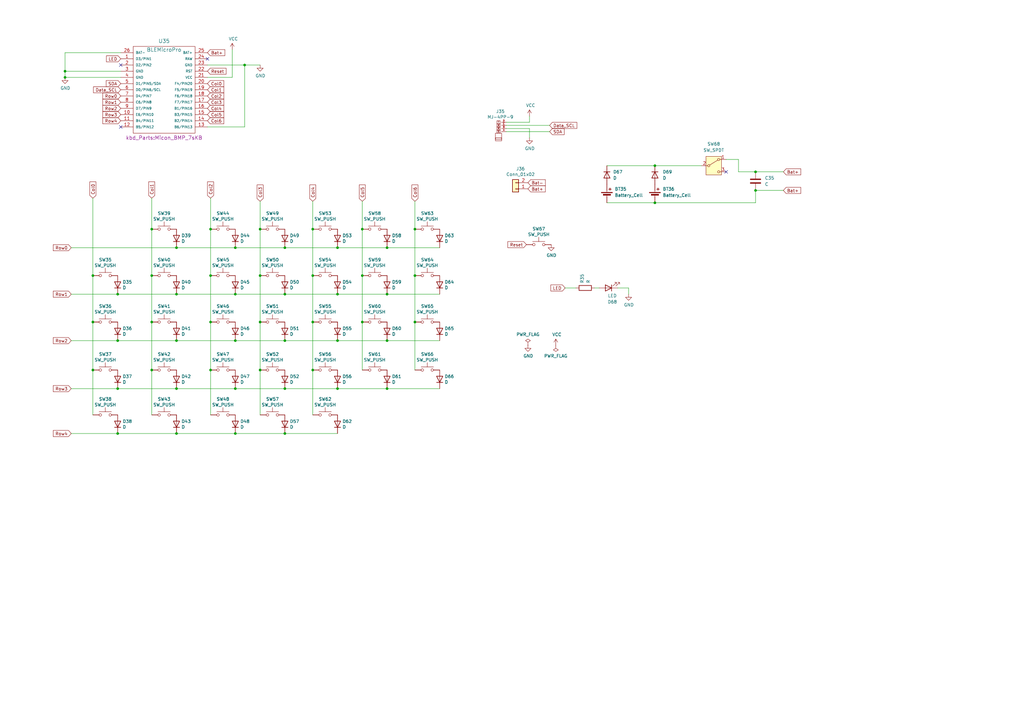
<source format=kicad_sch>
(kicad_sch (version 20250114) (generator "eeschema") (generator_version "9.0")
  (paper "A3")
  (lib_symbols
    (symbol "Connector_Generic:Conn_01x02" (pin_names (offset 1.016) (hide yes))
      (property "Reference" "J" (at 0 2.54 0))
      (property "Value" "Conn_01x02" (at 0 -5.08 0))
      (symbol "Conn_01x02_1_1"
        (rectangle (start -1.27 1.27) (end 1.27 -3.81) (stroke (width 0.254)) (fill (type background)))
        (rectangle (start -1.27 0.127) (end 0 -0.127) (stroke (width 0.1524)))
        (rectangle (start -1.27 -2.413) (end 0 -2.667) (stroke (width 0.1524)))
        (pin passive line (at -5.08 0 0) (length 3.81) (name "Pin_1") (number "1"))
        (pin passive line (at -5.08 -2.54 0) (length 3.81) (name "Pin_2") (number "2"))
      )
    )
    (symbol "D_1" (pin_numbers (hide yes)) (pin_names (offset 1.016) (hide yes))
      (property "Reference" "D" (at 0 2.54 0))
      (property "Value" "D" (at 0 -2.54 0))
      (symbol "D_1_0_1"
        (polyline (pts (xy -1.27 1.27) (xy -1.27 -1.27)) (stroke (width 0.254)))
        (polyline (pts (xy 1.27 1.27) (xy 1.27 -1.27) (xy -1.27 0) (xy 1.27 1.27)) (stroke (width 0.254)))
        (polyline (pts (xy 1.27 0) (xy -1.27 0)))
      )
      (symbol "D_1_1_1"
        (pin passive line (at -3.81 0 0) (length 2.54) (name "K") (number "1"))
        (pin passive line (at 3.81 0 180) (length 2.54) (name "A") (number "2"))
      )
    )
    (symbol "Device:Battery_Cell" (pin_numbers (hide yes)) (pin_names (offset 0) (hide yes))
      (property "Reference" "BT" (at 2.54 2.54 0))
      (property "Value" "Battery_Cell" (at 2.54 0 0))
      (symbol "Battery_Cell_0_1"
        (rectangle (start -2.286 1.778) (end 2.286 1.524) (fill (type outline)))
        (rectangle (start -1.524 1.016) (end 1.524 0.508) (fill (type outline)))
        (polyline (pts (xy 0 1.778) (xy 0 2.54)))
        (polyline (pts (xy 0 0.762) (xy 0 0)))
        (polyline (pts (xy 0.762 3.048) (xy 1.778 3.048)) (stroke (width 0.254)))
        (polyline (pts (xy 1.27 3.556) (xy 1.27 2.54)) (stroke (width 0.254)))
      )
      (symbol "Battery_Cell_1_1"
        (pin passive line (at 0 5.08 270) (length 2.54) (name "+") (number "1"))
        (pin passive line (at 0 -2.54 90) (length 2.54) (name "-") (number "2"))
      )
    )
    (symbol "Device:C" (pin_numbers (hide yes)) (pin_names (offset 0.254))
      (property "Reference" "C" (at 0.635 2.54 0))
      (property "Value" "C" (at 0.635 -2.54 0))
      (symbol "C_0_1"
        (polyline (pts (xy -2.032 0.762) (xy 2.032 0.762)) (stroke (width 0.508)))
        (polyline (pts (xy -2.032 -0.762) (xy 2.032 -0.762)) (stroke (width 0.508)))
      )
      (symbol "C_1_1"
        (pin passive line (at 0 3.81 270) (length 2.794) (name "~") (number "1"))
        (pin passive line (at 0 -3.81 90) (length 2.794) (name "~") (number "2"))
      )
    )
    (symbol "Device:D" (pin_numbers (hide yes)) (pin_names (offset 1.016) (hide yes))
      (property "Reference" "D" (at 0 2.54 0))
      (property "Value" "D" (at 0 -2.54 0))
      (symbol "D_0_1"
        (polyline (pts (xy -1.27 1.27) (xy -1.27 -1.27)) (stroke (width 0.254)))
        (polyline (pts (xy 1.27 1.27) (xy 1.27 -1.27) (xy -1.27 0) (xy 1.27 1.27)) (stroke (width 0.254)))
        (polyline (pts (xy 1.27 0) (xy -1.27 0)))
      )
      (symbol "D_1_1"
        (pin passive line (at -3.81 0 0) (length 2.54) (name "K") (number "1"))
        (pin passive line (at 3.81 0 180) (length 2.54) (name "A") (number "2"))
      )
    )
    (symbol "Device:LED" (pin_numbers (hide yes)) (pin_names (offset 1.016) (hide yes))
      (property "Reference" "D" (at 0 2.54 0))
      (property "Value" "LED" (at 0 -2.54 0))
      (symbol "LED_0_1"
        (polyline (pts (xy -3.048 -0.762) (xy -4.572 -2.286) (xy -3.81 -2.286) (xy -4.572 -2.286) (xy -4.572 -1.524)))
        (polyline (pts (xy -1.778 -0.762) (xy -3.302 -2.286) (xy -2.54 -2.286) (xy -3.302 -2.286) (xy -3.302 -1.524)))
        (polyline (pts (xy -1.27 0) (xy 1.27 0)))
        (polyline (pts (xy -1.27 -1.27) (xy -1.27 1.27)) (stroke (width 0.254)))
        (polyline (pts (xy 1.27 -1.27) (xy 1.27 1.27) (xy -1.27 0) (xy 1.27 -1.27)) (stroke (width 0.254)))
      )
      (symbol "LED_1_1"
        (pin passive line (at -3.81 0 0) (length 2.54) (name "K") (number "1"))
        (pin passive line (at 3.81 0 180) (length 2.54) (name "A") (number "2"))
      )
    )
    (symbol "Device:R" (pin_numbers (hide yes)) (pin_names (offset 0))
      (property "Reference" "R" (at 2.032 0 90))
      (property "Value" "R" (at 0 0 90))
      (symbol "R_0_1"
        (rectangle (start -1.016 -2.54) (end 1.016 2.54) (stroke (width 0.254)))
      )
      (symbol "R_1_1"
        (pin passive line (at 0 3.81 270) (length 1.27) (name "~") (number "1"))
        (pin passive line (at 0 -3.81 90) (length 1.27) (name "~") (number "2"))
      )
    )
    (symbol "Salicylic_kbd:Micon_BLEMicroPro" (pin_names (offset 1.016))
      (property "Reference" "U" (at 0 26.67 0))
      (property "Value" "Micon_BLEMicroPro" (at 0 -13.97 0))
      (symbol "Micon_BLEMicroPro_0_1"
        (rectangle (start 12.7 24.13) (end -12.7 -11.43))
      )
      (symbol "Micon_BLEMicroPro_1_1"
        (pin input line (at -17.78 21.59 0) (length 5.08) (name "BAT-") (number "26"))
        (pin bidirectional line (at -17.78 19.05 0) (length 5.08) (name "D3/PIN1") (number "1"))
        (pin bidirectional line (at -17.78 16.51 0) (length 5.08) (name "D2/PIN2") (number "2"))
        (pin power_in line (at -17.78 13.97 0) (length 5.08) (name "GND") (number "3"))
        (pin power_in line (at -17.78 11.43 0) (length 5.08) (name "GND") (number "4"))
        (pin bidirectional line (at -17.78 8.89 0) (length 5.08) (name "D1/PIN5/SDA") (number "5"))
        (pin bidirectional line (at -17.78 6.35 0) (length 5.08) (name "D0/PIN6/SCL") (number "6"))
        (pin bidirectional line (at -17.78 3.81 0) (length 5.08) (name "D4/PIN7") (number "7"))
        (pin bidirectional line (at -17.78 1.27 0) (length 5.08) (name "C6/PIN8") (number "8"))
        (pin bidirectional line (at -17.78 -1.27 0) (length 5.08) (name "D7/PIN9") (number "9"))
        (pin bidirectional line (at -17.78 -3.81 0) (length 5.08) (name "E6/PIN10") (number "10"))
        (pin bidirectional line (at -17.78 -6.35 0) (length 5.08) (name "B4/PIN11") (number "11"))
        (pin bidirectional line (at -17.78 -8.89 0) (length 5.08) (name "B5/PIN12") (number "12"))
        (pin input line (at 17.78 21.59 180) (length 5.08) (name "BAT+") (number "25"))
        (pin power_out line (at 17.78 19.05 180) (length 5.08) (name "RAW") (number "24"))
        (pin power_in line (at 17.78 16.51 180) (length 5.08) (name "GND") (number "23"))
        (pin input line (at 17.78 13.97 180) (length 5.08) (name "RST") (number "22"))
        (pin power_in line (at 17.78 11.43 180) (length 5.08) (name "VCC") (number "21"))
        (pin bidirectional line (at 17.78 8.89 180) (length 5.08) (name "F4/PIN20") (number "20"))
        (pin bidirectional line (at 17.78 6.35 180) (length 5.08) (name "F5/PIN19") (number "19"))
        (pin bidirectional line (at 17.78 3.81 180) (length 5.08) (name "F6/PIN18") (number "18"))
        (pin bidirectional line (at 17.78 1.27 180) (length 5.08) (name "F7/PIN17") (number "17"))
        (pin bidirectional line (at 17.78 -1.27 180) (length 5.08) (name "B1/PIN16") (number "16"))
        (pin bidirectional line (at 17.78 -3.81 180) (length 5.08) (name "B3/PIN15") (number "15"))
        (pin bidirectional line (at 17.78 -6.35 180) (length 5.08) (name "B2/PIN14") (number "14"))
        (pin bidirectional line (at 17.78 -8.89 180) (length 5.08) (name "B6/PIN13") (number "13"))
      )
    )
    (symbol "Salicylic_kbd:TRRS_MJ-4PP-9" (pin_names (offset 1.016))
      (property "Reference" "J" (at 0 5.08 0))
      (property "Value" "TRRS_MJ-4PP-9" (at 0 -6.985 0))
      (symbol "TRRS_MJ-4PP-9_0_0"
        (text "T" (at 0 2.54 0) (effects (font (size 0.6096 0.6096))))
        (text "R" (at 0 1.27 0) (effects (font (size 0.6096 0.6096))))
        (text "R" (at 0 0 0) (effects (font (size 0.6096 0.6096))))
        (text "S" (at 0 -1.27 0) (effects (font (size 0.6096 0.6096))))
      )
      (symbol "TRRS_MJ-4PP-9_0_1"
        (rectangle (start -1.27 -1.905) (end 1.27 -5.08))
        (rectangle (start -1.27 -3.81) (end 1.27 -4.445))
        (rectangle (start -0.635 3.175) (end 0.635 1.905))
        (rectangle (start -0.635 1.905) (end 0.635 0.635))
        (rectangle (start -0.635 0.635) (end 0.635 -0.635))
        (rectangle (start -0.635 -0.635) (end 0.635 -1.905))
      )
      (symbol "TRRS_MJ-4PP-9_1_1"
        (pin input line (at 3.175 2.54 180) (length 2.0066) (name "~") (number "D"))
        (pin input line (at 3.175 1.27 180) (length 2.0066) (name "~") (number "C"))
        (pin input line (at 3.175 0 180) (length 2.0066) (name "~") (number "B"))
        (pin input line (at 3.175 -1.27 180) (length 2.0066) (name "~") (number "A"))
      )
    )
    (symbol "Switch:SW_Push" (pin_numbers (hide yes)) (pin_names (offset 1.016) (hide yes))
      (property "Reference" "SW" (at 1.27 2.54 0))
      (property "Value" "SW_Push" (at 0 -1.524 0))
      (symbol "SW_Push_0_1"
        (circle (center -2.032 0) (radius 0.508))
        (polyline (pts (xy 0 1.27) (xy 0 3.048)))
        (circle (center 2.032 0) (radius 0.508))
        (polyline (pts (xy 2.54 1.27) (xy -2.54 1.27)))
        (pin passive line (at -5.08 0 0) (length 2.54) (name "1") (number "1"))
        (pin passive line (at 5.08 0 180) (length 2.54) (name "2") (number "2"))
      )
    )
    (symbol "Switch:SW_SPDT" (pin_names (offset 0) (hide yes))
      (property "Reference" "SW" (at 0 5.08 0))
      (property "Value" "SW_SPDT" (at 0 -5.08 0))
      (symbol "SW_SPDT_0_1"
        (circle (center -2.032 0) (radius 0.4572))
        (polyline (pts (xy -1.651 0.254) (xy 1.651 2.286)))
        (circle (center 2.032 2.54) (radius 0.4572))
        (circle (center 2.032 -2.54) (radius 0.4572))
      )
      (symbol "SW_SPDT_1_1"
        (rectangle (start -3.175 3.81) (end 3.175 -3.81) (fill (type background)))
        (pin passive line (at -5.08 0 0) (length 2.54) (name "B") (number "2"))
        (pin passive line (at 5.08 2.54 180) (length 2.54) (name "A") (number "1"))
        (pin passive line (at 5.08 -2.54 180) (length 2.54) (name "C") (number "3"))
      )
    )
    (symbol "power:GND" (power) (pin_names (offset 0))
      (property "Value" "GND" (at 0 -3.81 0))
      (symbol "GND_0_1"
        (polyline (pts (xy 0 0) (xy 0 -1.27) (xy 1.27 -1.27) (xy 0 -2.54) (xy -1.27 -1.27) (xy 0 -1.27)))
      )
      (symbol "GND_1_1"
        (pin power_in line (at 0 0 270) (length 0) (hide yes) (name "GND") (number "1"))
      )
    )
    (symbol "power:PWR_FLAG" (power) (pin_numbers (hide yes)) (pin_names (offset 0) (hide yes))
      (property "Value" "PWR_FLAG" (at 0 3.81 0))
      (symbol "PWR_FLAG_0_0"
        (pin power_out line (at 0 0 90) (length 0) (name "pwr") (number "1"))
      )
      (symbol "PWR_FLAG_0_1"
        (polyline (pts (xy 0 0) (xy 0 1.27) (xy -1.016 1.905) (xy 0 2.54) (xy 1.016 1.905) (xy 0 1.27)))
      )
    )
    (symbol "power:VCC" (power) (pin_names (offset 0))
      (property "Value" "VCC" (at 0 3.81 0))
      (symbol "VCC_0_1"
        (polyline (pts (xy -0.762 1.27) (xy 0 2.54)))
        (polyline (pts (xy 0 2.54) (xy 0.762 1.27)))
        (polyline (pts (xy 0 0) (xy 0 2.54)))
      )
      (symbol "VCC_1_1"
        (pin power_in line (at 0 0 90) (length 0) (hide yes) (name "VCC") (number "1"))
      )
    )
  )
  (junction (at 62.23 93.98))
  (junction (at 86.36 93.98))
  (junction (at 96.52 139.7))
  (junction (at 48.26 120.65))
  (junction (at 170.18 93.98))
  (junction (at 86.36 113.03))
  (junction (at 158.75 139.7))
  (junction (at 26.67 31.75))
  (junction (at 116.84 177.8))
  (junction (at 86.36 132.08))
  (junction (at 116.84 139.7))
  (junction (at 96.52 120.65))
  (junction (at 148.59 113.03))
  (junction (at 128.27 93.98))
  (junction (at 106.68 132.08))
  (junction (at 38.1 132.08))
  (junction (at 309.88 70.485))
  (junction (at 62.23 151.765))
  (junction (at 48.26 177.8))
  (junction (at 116.84 120.65))
  (junction (at 128.27 113.03))
  (junction (at 106.68 113.03))
  (junction (at 158.75 120.65))
  (junction (at 26.67 29.21))
  (junction (at 158.75 101.6))
  (junction (at 116.84 101.6))
  (junction (at 158.75 159.385))
  (junction (at 86.36 151.765))
  (junction (at 62.23 113.03))
  (junction (at 138.43 101.6))
  (junction (at 38.1 151.765))
  (junction (at 170.18 132.08))
  (junction (at 96.52 101.6))
  (junction (at 148.59 93.98))
  (junction (at 116.84 159.385))
  (junction (at 138.43 120.65))
  (junction (at 72.39 177.8))
  (junction (at 38.1 113.03))
  (junction (at 72.39 101.6))
  (junction (at 106.68 93.98))
  (junction (at 138.43 139.7))
  (junction (at 268.605 83.185))
  (junction (at 48.26 159.385))
  (junction (at 62.23 132.08))
  (junction (at 100.33 26.67))
  (junction (at 72.39 139.7))
  (junction (at 128.27 151.765))
  (junction (at 48.26 139.7))
  (junction (at 96.52 177.8))
  (junction (at 309.88 78.105))
  (junction (at 138.43 159.385))
  (junction (at 128.27 132.08))
  (junction (at 106.68 151.765))
  (junction (at 72.39 120.65))
  (junction (at 170.18 113.03))
  (junction (at 96.52 159.385))
  (junction (at 268.605 67.945))
  (junction (at 72.39 159.385))
  (junction (at 148.59 132.08))
  (no_connect (at 297.815 70.485))
  (no_connect (at 49.53 26.67))
  (no_connect (at 49.53 52.07))
  (no_connect (at 85.09 24.13))
  (wire (pts (xy 170.18 132.08) (xy 170.18 151.765)))
  (wire (pts (xy 86.36 151.765) (xy 86.36 170.18)))
  (wire (pts (xy 138.43 139.7) (xy 158.75 139.7)))
  (wire (pts (xy 38.1 81.28) (xy 38.1 113.03)))
  (wire (pts (xy 29.21 139.7) (xy 48.26 139.7)))
  (wire (pts (xy 158.75 101.6) (xy 180.34 101.6)))
  (wire (pts (xy 243.84 118.11) (xy 245.745 118.11)))
  (wire (pts (xy 29.21 101.6) (xy 72.39 101.6)))
  (wire (pts (xy 170.18 113.03) (xy 170.18 132.08)))
  (wire (pts (xy 207.645 52.705) (xy 217.17 52.705)))
  (wire (pts (xy 86.36 93.98) (xy 86.36 113.03)))
  (wire (pts (xy 29.21 159.385) (xy 48.26 159.385)))
  (wire (pts (xy 62.23 113.03) (xy 62.23 132.08)))
  (wire (pts (xy 116.84 159.385) (xy 138.43 159.385)))
  (wire (pts (xy 128.27 132.08) (xy 128.27 151.765)))
  (wire (pts (xy 302.895 65.405) (xy 302.895 70.485)))
  (wire (pts (xy 138.43 120.65) (xy 158.75 120.65)))
  (wire (pts (xy 96.52 101.6) (xy 116.84 101.6)))
  (wire (pts (xy 48.26 159.385) (xy 72.39 159.385)))
  (wire (pts (xy 29.21 120.65) (xy 48.26 120.65)))
  (wire (pts (xy 207.645 51.435) (xy 225.425 51.435)))
  (wire (pts (xy 62.23 93.98) (xy 62.23 113.03)))
  (wire (pts (xy 106.68 151.765) (xy 106.68 170.18)))
  (wire (pts (xy 248.92 83.185) (xy 268.605 83.185)))
  (wire (pts (xy 253.365 118.11) (xy 257.81 118.11)))
  (wire (pts (xy 29.21 177.8) (xy 48.26 177.8)))
  (wire (pts (xy 138.43 101.6) (xy 158.75 101.6)))
  (wire (pts (xy 86.36 113.03) (xy 86.36 132.08)))
  (wire (pts (xy 48.26 139.7) (xy 72.39 139.7)))
  (wire (pts (xy 309.88 70.485) (xy 321.31 70.485)))
  (wire (pts (xy 72.39 101.6) (xy 96.52 101.6)))
  (wire (pts (xy 148.59 132.08) (xy 148.59 151.765)))
  (wire (pts (xy 148.59 93.98) (xy 148.59 113.03)))
  (wire (pts (xy 72.39 139.7) (xy 96.52 139.7)))
  (wire (pts (xy 72.39 159.385) (xy 96.52 159.385)))
  (wire (pts (xy 95.25 31.75) (xy 95.25 20.32)))
  (wire (pts (xy 128.27 151.765) (xy 128.27 170.18)))
  (wire (pts (xy 100.33 52.07) (xy 100.33 26.67)))
  (wire (pts (xy 297.815 65.405) (xy 302.895 65.405)))
  (wire (pts (xy 116.84 101.6) (xy 138.43 101.6)))
  (wire (pts (xy 128.27 113.03) (xy 128.27 132.08)))
  (wire (pts (xy 48.26 177.8) (xy 72.39 177.8)))
  (wire (pts (xy 248.92 67.945) (xy 268.605 67.945)))
  (wire (pts (xy 170.18 82.55) (xy 170.18 93.98)))
  (wire (pts (xy 85.09 31.75) (xy 95.25 31.75)))
  (wire (pts (xy 302.895 70.485) (xy 309.88 70.485)))
  (wire (pts (xy 106.68 132.08) (xy 106.68 151.765)))
  (wire (pts (xy 128.27 93.98) (xy 128.27 113.03)))
  (wire (pts (xy 207.645 53.975) (xy 225.425 53.975)))
  (wire (pts (xy 158.75 159.385) (xy 180.34 159.385)))
  (wire (pts (xy 217.17 50.165) (xy 217.17 47.625)))
  (wire (pts (xy 96.52 139.7) (xy 116.84 139.7)))
  (wire (pts (xy 116.84 177.8) (xy 138.43 177.8)))
  (wire (pts (xy 116.84 139.7) (xy 138.43 139.7)))
  (wire (pts (xy 138.43 159.385) (xy 158.75 159.385)))
  (wire (pts (xy 86.36 132.08) (xy 86.36 151.765)))
  (wire (pts (xy 309.88 78.105) (xy 309.88 83.185)))
  (wire (pts (xy 26.67 21.59) (xy 26.67 29.21)))
  (wire (pts (xy 217.17 52.705) (xy 217.17 56.515)))
  (wire (pts (xy 106.68 113.03) (xy 106.68 132.08)))
  (wire (pts (xy 158.75 139.7) (xy 180.34 139.7)))
  (wire (pts (xy 62.23 81.28) (xy 62.23 93.98)))
  (wire (pts (xy 100.33 26.67) (xy 85.09 26.67)))
  (wire (pts (xy 128.27 82.55) (xy 128.27 93.98)))
  (wire (pts (xy 85.09 52.07) (xy 100.33 52.07)))
  (wire (pts (xy 148.59 82.55) (xy 148.59 93.98)))
  (wire (pts (xy 170.18 93.98) (xy 170.18 113.03)))
  (wire (pts (xy 49.53 29.21) (xy 26.67 29.21)))
  (wire (pts (xy 49.53 21.59) (xy 26.67 21.59)))
  (wire (pts (xy 257.81 118.11) (xy 257.81 120.65)))
  (wire (pts (xy 62.23 132.08) (xy 62.23 151.765)))
  (wire (pts (xy 309.88 83.185) (xy 268.605 83.185)))
  (wire (pts (xy 309.88 78.105) (xy 321.31 78.105)))
  (wire (pts (xy 116.84 120.65) (xy 138.43 120.65)))
  (wire (pts (xy 96.52 159.385) (xy 116.84 159.385)))
  (wire (pts (xy 207.645 50.165) (xy 217.17 50.165)))
  (wire (pts (xy 86.36 81.28) (xy 86.36 93.98)))
  (wire (pts (xy 38.1 132.08) (xy 38.1 151.765)))
  (wire (pts (xy 48.26 120.65) (xy 72.39 120.65)))
  (wire (pts (xy 106.68 93.98) (xy 106.68 113.03)))
  (wire (pts (xy 106.68 82.55) (xy 106.68 93.98)))
  (wire (pts (xy 38.1 113.03) (xy 38.1 132.08)))
  (wire (pts (xy 231.775 118.11) (xy 236.22 118.11)))
  (wire (pts (xy 96.52 177.8) (xy 116.84 177.8)))
  (wire (pts (xy 62.23 151.765) (xy 62.23 170.18)))
  (wire (pts (xy 268.605 67.945) (xy 287.655 67.945)))
  (wire (pts (xy 26.67 29.21) (xy 26.67 31.75)))
  (wire (pts (xy 49.53 31.75) (xy 26.67 31.75)))
  (wire (pts (xy 158.75 120.65) (xy 180.34 120.65)))
  (wire (pts (xy 106.68 26.67) (xy 100.33 26.67)))
  (wire (pts (xy 72.39 177.8) (xy 96.52 177.8)))
  (wire (pts (xy 72.39 120.65) (xy 96.52 120.65)))
  (wire (pts (xy 148.59 113.03) (xy 148.59 132.08)))
  (wire (pts (xy 38.1 151.765) (xy 38.1 170.18)))
  (wire (pts (xy 96.52 120.65) (xy 116.84 120.65)))
  (global_label "Row1" (shape input) (at 29.21 120.65 180) (property "Intersheetrefs" "${INTERSHEET_REFS}" (effects (hide yes))))
  (global_label "Row3" (shape input) (at 29.21 159.385 180) (property "Intersheetrefs" "${INTERSHEET_REFS}" (effects (hide yes))))
  (global_label "Reset" (shape input) (at 85.09 29.21 0) (property "Intersheetrefs" "${INTERSHEET_REFS}" (effects (hide yes))))
  (global_label "Row1" (shape input) (at 49.53 41.91 180) (property "Intersheetrefs" "${INTERSHEET_REFS}" (effects (hide yes))))
  (global_label "Bat+" (shape input) (at 216.535 77.47 0) (property "Intersheetrefs" "${INTERSHEET_REFS}" (effects (hide yes))))
  (global_label "Col4" (shape input) (at 85.09 44.45 0) (property "Intersheetrefs" "${INTERSHEET_REFS}" (effects (hide yes))))
  (global_label "Col5" (shape input) (at 148.59 82.55 90) (property "Intersheetrefs" "${INTERSHEET_REFS}" (effects (hide yes))))
  (global_label "Row4" (shape input) (at 29.21 177.8 180) (property "Intersheetrefs" "${INTERSHEET_REFS}" (effects (hide yes))))
  (global_label "Row2" (shape input) (at 29.21 139.7 180) (property "Intersheetrefs" "${INTERSHEET_REFS}" (effects (hide yes))))
  (global_label "SDA" (shape input) (at 225.425 53.975 0) (property "Intersheetrefs" "${INTERSHEET_REFS}" (effects (hide yes))))
  (global_label "Bat-" (shape input) (at 216.535 74.93 0) (property "Intersheetrefs" "${INTERSHEET_REFS}" (effects (hide yes))))
  (global_label "Col6" (shape input) (at 85.09 49.53 0) (property "Intersheetrefs" "${INTERSHEET_REFS}" (effects (hide yes))))
  (global_label "Row0" (shape input) (at 29.21 101.6 180) (property "Intersheetrefs" "${INTERSHEET_REFS}" (effects (hide yes))))
  (global_label "Bat+" (shape input) (at 85.09 21.59 0) (property "Intersheetrefs" "${INTERSHEET_REFS}" (effects (hide yes))))
  (global_label "Reset" (shape input) (at 215.9 100.33 180) (property "Intersheetrefs" "${INTERSHEET_REFS}" (effects (hide yes))))
  (global_label "Col0" (shape input) (at 38.1 81.28 90) (property "Intersheetrefs" "${INTERSHEET_REFS}" (effects (hide yes))))
  (global_label "Col1" (shape input) (at 62.23 81.28 90) (property "Intersheetrefs" "${INTERSHEET_REFS}" (effects (hide yes))))
  (global_label "Row0" (shape input) (at 49.53 39.37 180) (property "Intersheetrefs" "${INTERSHEET_REFS}" (effects (hide yes))))
  (global_label "Col6" (shape input) (at 170.18 82.55 90) (property "Intersheetrefs" "${INTERSHEET_REFS}" (effects (hide yes))))
  (global_label "Col2" (shape input) (at 86.36 81.28 90) (property "Intersheetrefs" "${INTERSHEET_REFS}" (effects (hide yes))))
  (global_label "Col0" (shape input) (at 85.09 34.29 0) (property "Intersheetrefs" "${INTERSHEET_REFS}" (effects (hide yes))))
  (global_label "Row4" (shape input) (at 49.53 49.53 180) (property "Intersheetrefs" "${INTERSHEET_REFS}" (effects (hide yes))))
  (global_label "SDA" (shape input) (at 49.53 34.29 180) (property "Intersheetrefs" "${INTERSHEET_REFS}" (effects (hide yes))))
  (global_label "Col1" (shape input) (at 85.09 36.83 0) (property "Intersheetrefs" "${INTERSHEET_REFS}" (effects (hide yes))))
  (global_label "Col5" (shape input) (at 85.09 46.99 0) (property "Intersheetrefs" "${INTERSHEET_REFS}" (effects (hide yes))))
  (global_label "LED" (shape input) (at 231.775 118.11 180) (property "Intersheetrefs" "${INTERSHEET_REFS}" (effects (hide yes))))
  (global_label "Bat+" (shape input) (at 321.31 70.485 0) (property "Intersheetrefs" "${INTERSHEET_REFS}" (effects (hide yes))))
  (global_label "Col4" (shape input) (at 128.27 82.55 90) (property "Intersheetrefs" "${INTERSHEET_REFS}" (effects (hide yes))))
  (global_label "Row3" (shape input) (at 49.53 46.99 180) (property "Intersheetrefs" "${INTERSHEET_REFS}" (effects (hide yes))))
  (global_label "Data_SCL" (shape input) (at 49.53 36.83 180) (property "Intersheetrefs" "${INTERSHEET_REFS}" (effects (hide yes))))
  (global_label "Col2" (shape input) (at 85.09 39.37 0) (property "Intersheetrefs" "${INTERSHEET_REFS}" (effects (hide yes))))
  (global_label "Row2" (shape input) (at 49.53 44.45 180) (property "Intersheetrefs" "${INTERSHEET_REFS}" (effects (hide yes))))
  (global_label "Data_SCL" (shape input) (at 225.425 51.435 0) (property "Intersheetrefs" "${INTERSHEET_REFS}" (effects (hide yes))))
  (global_label "Bat+" (shape input) (at 321.31 78.105 0) (property "Intersheetrefs" "${INTERSHEET_REFS}" (effects (hide yes))))
  (global_label "Col3" (shape input) (at 85.09 41.91 0) (property "Intersheetrefs" "${INTERSHEET_REFS}" (effects (hide yes))))
  (global_label "LED" (shape input) (at 49.53 24.13 180) (property "Intersheetrefs" "${INTERSHEET_REFS}" (effects (hide yes))))
  (global_label "Col3" (shape input) (at 106.68 82.55 90) (property "Intersheetrefs" "${INTERSHEET_REFS}" (effects (hide yes))))
  (symbol (lib_id "Salicylic_kbd:Micon_BLEMicroPro") (at 67.31 43.18 0) (unit 1)
    (property "Reference" "U35" (at 67.31 16.8402 0) (effects (font (size 1.524 1.524))))
    (property "Value" "BLEMicroPro" (at 67.31 19.5326 0) (effects (font (size 1.524 1.524)) (justify top)))
    (property "Footprint" "kbd_Parts:Micon_BMP_7sKB" (at 67.31 56.515 0) (effects (font (size 1.524 1.524))))
  )
  (symbol (lib_id "power:GND") (at 106.68 26.67 0) (unit 1)
    (property "Reference" "#PWR037" (effects (hide yes)))
    (property "Value" "GND" (at 106.807 31.0642 0))
  )
  (symbol (lib_id "power:VCC") (at 95.25 20.32 0) (unit 1)
    (property "Reference" "#PWR036" (effects (hide yes)))
    (property "Value" "VCC" (at 95.6818 15.9258 0))
  )
  (symbol (lib_id "power:GND") (at 26.67 31.75 0) (unit 1)
    (property "Reference" "#PWR035" (effects (hide yes)))
    (property "Value" "GND" (at 26.797 36.1442 0))
  )
  (symbol (lib_id "Device:D") (at 72.39 97.79 90) (unit 1)
    (property "Reference" "D39" (at 74.3966 96.6216 90) (effects (justify right)))
    (property "Value" "D" (at 74.3966 98.933 90) (effects (justify right)))
    (property "Footprint" "kbd_Parts:Diode_SMD" (effects (hide yes)))
  )
  (symbol (lib_id "Device:D") (at 72.39 116.84 90) (unit 1)
    (property "Reference" "D40" (at 74.3966 115.6716 90) (effects (justify right)))
    (property "Value" "D" (at 74.3966 117.983 90) (effects (justify right)))
    (property "Footprint" "kbd_Parts:Diode_SMD" (effects (hide yes)))
  )
  (symbol (lib_id "Device:D") (at 48.26 116.84 90) (unit 1)
    (property "Reference" "D35" (at 50.2666 115.6716 90) (effects (justify right)))
    (property "Value" "D" (at 50.2666 117.983 90) (effects (justify right)))
    (property "Footprint" "kbd_Parts:Diode_SMD" (effects (hide yes)))
  )
  (symbol (lib_id "power:PWR_FLAG") (at 216.535 141.605 0) (unit 1)
    (property "Reference" "#FLG035" (effects (hide yes)))
    (property "Value" "PWR_FLAG" (at 216.535 137.1854 0))
  )
  (symbol (lib_id "power:PWR_FLAG") (at 227.965 141.605 180) (unit 1)
    (property "Reference" "#FLG036" (effects (hide yes)))
    (property "Value" "PWR_FLAG" (at 227.965 145.9992 0))
  )
  (symbol (lib_id "power:GND") (at 216.535 141.605 0) (unit 1)
    (property "Reference" "#PWR038" (effects (hide yes)))
    (property "Value" "GND" (at 216.662 145.9992 0))
  )
  (symbol (lib_id "power:VCC") (at 227.965 141.605 0) (unit 1)
    (property "Reference" "#PWR042" (effects (hide yes)))
    (property "Value" "VCC" (at 228.3968 137.2108 0))
  )
  (symbol (lib_id "Device:D") (at 96.52 97.79 90) (unit 1)
    (property "Reference" "D44" (at 98.5266 96.6216 90) (effects (justify right)))
    (property "Value" "D" (at 98.5266 98.933 90) (effects (justify right)))
    (property "Footprint" "kbd_Parts:Diode_SMD" (effects (hide yes)))
  )
  (symbol (lib_id "Device:D") (at 116.84 97.79 90) (unit 1)
    (property "Reference" "D49" (at 118.8466 96.6216 90) (effects (justify right)))
    (property "Value" "D" (at 118.8466 98.933 90) (effects (justify right)))
    (property "Footprint" "kbd_Parts:Diode_SMD" (effects (hide yes)))
  )
  (symbol (lib_id "Device:D") (at 138.43 97.79 90) (unit 1)
    (property "Reference" "D53" (at 140.4366 96.6216 90) (effects (justify right)))
    (property "Value" "D" (at 140.4366 98.933 90) (effects (justify right)))
    (property "Footprint" "kbd_Parts:Diode_SMD" (effects (hide yes)))
  )
  (symbol (lib_id "Device:D") (at 158.75 97.79 90) (unit 1)
    (property "Reference" "D58" (at 160.7566 96.6216 90) (effects (justify right)))
    (property "Value" "D" (at 160.7566 98.933 90) (effects (justify right)))
    (property "Footprint" "kbd_Parts:Diode_SMD" (effects (hide yes)))
  )
  (symbol (lib_id "Device:D") (at 158.75 116.84 90) (unit 1)
    (property "Reference" "D59" (at 160.7566 115.6716 90) (effects (justify right)))
    (property "Value" "D" (at 160.7566 117.983 90) (effects (justify right)))
    (property "Footprint" "kbd_Parts:Diode_SMD" (effects (hide yes)))
  )
  (symbol (lib_id "Device:D") (at 158.75 135.89 90) (unit 1)
    (property "Reference" "D60" (at 160.7566 134.7216 90) (effects (justify right)))
    (property "Value" "D" (at 160.7566 137.033 90) (effects (justify right)))
    (property "Footprint" "kbd_Parts:Diode_SMD" (effects (hide yes)))
  )
  (symbol (lib_id "Device:D") (at 158.75 155.575 90) (unit 1)
    (property "Reference" "D61" (at 160.7566 154.4066 90) (effects (justify right)))
    (property "Value" "D" (at 160.7566 156.718 90) (effects (justify right)))
    (property "Footprint" "kbd_Parts:Diode_SMD" (effects (hide yes)))
  )
  (symbol (lib_id "Device:D") (at 138.43 155.575 90) (unit 1)
    (property "Reference" "D56" (at 140.4366 154.4066 90) (effects (justify right)))
    (property "Value" "D" (at 140.4366 156.718 90) (effects (justify right)))
    (property "Footprint" "kbd_Parts:Diode_SMD" (effects (hide yes)))
  )
  (symbol (lib_id "Device:D") (at 138.43 135.89 90) (unit 1)
    (property "Reference" "D55" (at 140.4366 134.7216 90) (effects (justify right)))
    (property "Value" "D" (at 140.4366 137.033 90) (effects (justify right)))
    (property "Footprint" "kbd_Parts:Diode_SMD" (effects (hide yes)))
  )
  (symbol (lib_id "Device:D") (at 138.43 116.84 90) (unit 1)
    (property "Reference" "D54" (at 140.4366 115.6716 90) (effects (justify right)))
    (property "Value" "D" (at 140.4366 117.983 90) (effects (justify right)))
    (property "Footprint" "kbd_Parts:Diode_SMD" (effects (hide yes)))
  )
  (symbol (lib_id "Device:D") (at 116.84 116.84 90) (unit 1)
    (property "Reference" "D50" (at 118.8466 115.6716 90) (effects (justify right)))
    (property "Value" "D" (at 118.8466 117.983 90) (effects (justify right)))
    (property "Footprint" "kbd_Parts:Diode_SMD" (effects (hide yes)))
  )
  (symbol (lib_id "Device:D") (at 96.52 116.84 90) (unit 1)
    (property "Reference" "D45" (at 98.5266 115.6716 90) (effects (justify right)))
    (property "Value" "D" (at 98.5266 117.983 90) (effects (justify right)))
    (property "Footprint" "kbd_Parts:Diode_SMD" (effects (hide yes)))
  )
  (symbol (lib_id "Device:D") (at 96.52 135.89 90) (unit 1)
    (property "Reference" "D46" (at 98.5266 134.7216 90) (effects (justify right)))
    (property "Value" "D" (at 98.5266 137.033 90) (effects (justify right)))
    (property "Footprint" "kbd_Parts:Diode_SMD" (effects (hide yes)))
  )
  (symbol (lib_id "Device:D") (at 116.84 135.89 90) (unit 1)
    (property "Reference" "D51" (at 118.8466 134.7216 90) (effects (justify right)))
    (property "Value" "D" (at 118.8466 137.033 90) (effects (justify right)))
    (property "Footprint" "kbd_Parts:Diode_SMD" (effects (hide yes)))
  )
  (symbol (lib_id "Device:D") (at 116.84 155.575 90) (unit 1)
    (property "Reference" "D52" (at 118.8466 154.4066 90) (effects (justify right)))
    (property "Value" "D" (at 118.8466 156.718 90) (effects (justify right)))
    (property "Footprint" "kbd_Parts:Diode_SMD" (effects (hide yes)))
  )
  (symbol (lib_id "Device:D") (at 96.52 155.575 90) (unit 1)
    (property "Reference" "D47" (at 98.5266 154.4066 90) (effects (justify right)))
    (property "Value" "D" (at 98.5266 156.718 90) (effects (justify right)))
    (property "Footprint" "kbd_Parts:Diode_SMD" (effects (hide yes)))
  )
  (symbol (lib_id "Device:D") (at 72.39 155.575 90) (unit 1)
    (property "Reference" "D42" (at 74.3966 154.4066 90) (effects (justify right)))
    (property "Value" "D" (at 74.3966 156.718 90) (effects (justify right)))
    (property "Footprint" "kbd_Parts:Diode_SMD" (effects (hide yes)))
  )
  (symbol (lib_id "Device:D") (at 72.39 135.89 90) (unit 1)
    (property "Reference" "D41" (at 74.3966 134.7216 90) (effects (justify right)))
    (property "Value" "D" (at 74.3966 137.033 90) (effects (justify right)))
    (property "Footprint" "kbd_Parts:Diode_SMD" (effects (hide yes)))
  )
  (symbol (lib_id "Device:D") (at 48.26 135.89 90) (unit 1)
    (property "Reference" "D36" (at 50.2666 134.7216 90) (effects (justify right)))
    (property "Value" "D" (at 50.2666 137.033 90) (effects (justify right)))
    (property "Footprint" "kbd_Parts:Diode_SMD" (effects (hide yes)))
  )
  (symbol (lib_id "Device:D") (at 48.26 155.575 90) (unit 1)
    (property "Reference" "D37" (at 50.2666 154.4066 90) (effects (justify right)))
    (property "Value" "D" (at 50.2666 156.718 90) (effects (justify right)))
    (property "Footprint" "kbd_Parts:Diode_SMD" (effects (hide yes)))
  )
  (symbol (lib_id "Switch:SW_Push") (at 153.67 93.98 0) (unit 1)
    (property "Reference" "SW58" (at 153.67 87.503 0))
    (property "Value" "SW_PUSH" (at 153.67 89.8144 0))
    (property "Footprint" "kbd_SW_PCBA:Choc_v2_Hotswap_1u" (effects (hide yes)))
  )
  (symbol (lib_id "Switch:SW_Push") (at 153.67 113.03 0) (unit 1)
    (property "Reference" "SW59" (at 153.67 106.553 0))
    (property "Value" "SW_PUSH" (at 153.67 108.8644 0))
    (property "Footprint" "kbd_SW_PCBA:Choc_v2_Hotswap_1u" (effects (hide yes)))
  )
  (symbol (lib_id "Switch:SW_Push") (at 153.67 132.08 0) (unit 1)
    (property "Reference" "SW60" (at 153.67 125.603 0))
    (property "Value" "SW_PUSH" (at 153.67 127.9144 0))
    (property "Footprint" "kbd_SW_PCBA:Choc_v2_Hotswap_1u" (effects (hide yes)))
  )
  (symbol (lib_id "Switch:SW_Push") (at 153.67 151.765 0) (unit 1)
    (property "Reference" "SW61" (at 153.67 145.288 0))
    (property "Value" "SW_PUSH" (at 153.67 147.5994 0))
    (property "Footprint" "kbd_SW_PCBA:Choc_v2_Hotswap_1u" (effects (hide yes)))
  )
  (symbol (lib_id "Switch:SW_Push") (at 111.76 93.98 0) (unit 1)
    (property "Reference" "SW49" (at 111.76 87.503 0))
    (property "Value" "SW_PUSH" (at 111.76 89.8144 0))
    (property "Footprint" "kbd_SW_PCBA:Choc_v2_Hotswap_1u" (effects (hide yes)))
  )
  (symbol (lib_id "Switch:SW_Push") (at 111.76 113.03 0) (unit 1)
    (property "Reference" "SW50" (at 111.76 106.553 0))
    (property "Value" "SW_PUSH" (at 111.76 108.8644 0))
    (property "Footprint" "kbd_SW_PCBA:Choc_v2_Hotswap_1u" (effects (hide yes)))
  )
  (symbol (lib_id "Switch:SW_Push") (at 111.76 132.08 0) (unit 1)
    (property "Reference" "SW51" (at 111.76 125.603 0))
    (property "Value" "SW_PUSH" (at 111.76 127.9144 0))
    (property "Footprint" "kbd_SW_PCBA:Choc_v2_Hotswap_1u" (effects (hide yes)))
  )
  (symbol (lib_id "Switch:SW_Push") (at 111.76 151.765 0) (unit 1)
    (property "Reference" "SW52" (at 111.76 145.288 0))
    (property "Value" "SW_PUSH" (at 111.76 147.5994 0))
    (property "Footprint" "kbd_SW_PCBA:Choc_v2_Hotswap_1u" (effects (hide yes)))
  )
  (symbol (lib_id "Switch:SW_Push") (at 133.35 151.765 0) (unit 1)
    (property "Reference" "SW56" (at 133.35 145.288 0))
    (property "Value" "SW_PUSH" (at 133.35 147.5994 0))
    (property "Footprint" "kbd_SW_PCBA:Choc_v2_Hotswap_1u" (effects (hide yes)))
  )
  (symbol (lib_id "Switch:SW_Push") (at 133.35 132.08 0) (unit 1)
    (property "Reference" "SW55" (at 133.35 125.603 0))
    (property "Value" "SW_PUSH" (at 133.35 127.9144 0))
    (property "Footprint" "kbd_SW_PCBA:Choc_v2_Hotswap_1u" (effects (hide yes)))
  )
  (symbol (lib_id "Switch:SW_Push") (at 133.35 113.03 0) (unit 1)
    (property "Reference" "SW54" (at 133.35 106.553 0))
    (property "Value" "SW_PUSH" (at 133.35 108.8644 0))
    (property "Footprint" "kbd_SW_PCBA:Choc_v2_Hotswap_1u" (effects (hide yes)))
  )
  (symbol (lib_id "Switch:SW_Push") (at 133.35 93.98 0) (unit 1)
    (property "Reference" "SW53" (at 133.35 87.503 0))
    (property "Value" "SW_PUSH" (at 133.35 89.8144 0))
    (property "Footprint" "kbd_SW_PCBA:Choc_v2_Hotswap_1u" (effects (hide yes)))
  )
  (symbol (lib_id "Switch:SW_Push") (at 67.31 93.98 0) (unit 1)
    (property "Reference" "SW39" (at 67.31 87.503 0))
    (property "Value" "SW_PUSH" (at 67.31 89.8144 0))
    (property "Footprint" "kbd_SW_PCBA:Choc_v2_Hotswap_1u" (effects (hide yes)))
  )
  (symbol (lib_id "Switch:SW_Push") (at 67.31 113.03 0) (unit 1)
    (property "Reference" "SW40" (at 67.31 106.553 0))
    (property "Value" "SW_PUSH" (at 67.31 108.8644 0))
    (property "Footprint" "kbd_SW_PCBA:Choc_v2_Hotswap_1u" (effects (hide yes)))
  )
  (symbol (lib_id "Switch:SW_Push") (at 67.31 132.08 0) (unit 1)
    (property "Reference" "SW41" (at 67.31 125.603 0))
    (property "Value" "SW_PUSH" (at 67.31 127.9144 0))
    (property "Footprint" "kbd_SW_PCBA:Choc_v2_Hotswap_1u" (effects (hide yes)))
  )
  (symbol (lib_id "Switch:SW_Push") (at 67.31 151.765 0) (unit 1)
    (property "Reference" "SW42" (at 67.31 145.288 0))
    (property "Value" "SW_PUSH" (at 67.31 147.5994 0))
    (property "Footprint" "kbd_SW_PCBA:Choc_v2_Hotswap_1u" (effects (hide yes)))
  )
  (symbol (lib_id "Switch:SW_Push") (at 91.44 151.765 0) (unit 1)
    (property "Reference" "SW47" (at 91.44 145.288 0))
    (property "Value" "SW_PUSH" (at 91.44 147.5994 0))
    (property "Footprint" "kbd_SW_PCBA:Choc_v2_Hotswap_1u" (effects (hide yes)))
  )
  (symbol (lib_id "Switch:SW_Push") (at 91.44 132.08 0) (unit 1)
    (property "Reference" "SW46" (at 91.44 125.603 0))
    (property "Value" "SW_PUSH" (at 91.44 127.9144 0))
    (property "Footprint" "kbd_SW_PCBA:Choc_v2_Hotswap_1u" (effects (hide yes)))
  )
  (symbol (lib_id "Switch:SW_Push") (at 91.44 113.03 0) (unit 1)
    (property "Reference" "SW45" (at 91.44 106.553 0))
    (property "Value" "SW_PUSH" (at 91.44 108.8644 0))
    (property "Footprint" "kbd_SW_PCBA:Choc_v2_Hotswap_1u" (effects (hide yes)))
  )
  (symbol (lib_id "Switch:SW_Push") (at 91.44 93.98 0) (unit 1)
    (property "Reference" "SW44" (at 91.44 87.503 0))
    (property "Value" "SW_PUSH" (at 91.44 89.8144 0))
    (property "Footprint" "kbd_SW_PCBA:Choc_v2_Hotswap_1u" (effects (hide yes)))
  )
  (symbol (lib_id "Switch:SW_Push") (at 43.18 151.765 0) (unit 1)
    (property "Reference" "SW37" (at 43.18 145.288 0))
    (property "Value" "SW_PUSH" (at 43.18 147.5994 0))
    (property "Footprint" "kbd_SW_PCBA:Choc_v2_Hotswap_1u" (effects (hide yes)))
  )
  (symbol (lib_id "Switch:SW_Push") (at 43.18 132.08 0) (unit 1)
    (property "Reference" "SW36" (at 43.18 125.603 0))
    (property "Value" "SW_PUSH" (at 43.18 127.9144 0))
    (property "Footprint" "kbd_SW_PCBA:Choc_v2_Hotswap_1u" (effects (hide yes)))
  )
  (symbol (lib_id "Switch:SW_Push") (at 43.18 113.03 0) (unit 1)
    (property "Reference" "SW35" (at 43.18 106.553 0))
    (property "Value" "SW_PUSH" (at 43.18 108.8644 0))
    (property "Footprint" "kbd_SW_PCBA:Choc_v2_Hotswap_1u" (effects (hide yes)))
  )
  (symbol (lib_id "Switch:SW_Push") (at 43.18 170.18 0) (unit 1)
    (property "Reference" "SW38" (at 43.18 163.703 0))
    (property "Value" "SW_PUSH" (at 43.18 166.0144 0))
    (property "Footprint" "kbd_SW_PCBA:Choc_v2_Hotswap_1u" (effects (hide yes)))
  )
  (symbol (lib_id "Switch:SW_Push") (at 67.31 170.18 0) (unit 1)
    (property "Reference" "SW43" (at 67.31 163.703 0))
    (property "Value" "SW_PUSH" (at 67.31 166.0144 0))
    (property "Footprint" "kbd_SW_PCBA:Choc_v2_Hotswap_1u" (effects (hide yes)))
  )
  (symbol (lib_id "Switch:SW_Push") (at 111.76 170.18 0) (unit 1)
    (property "Reference" "SW57" (at 111.76 163.703 0))
    (property "Value" "SW_PUSH" (at 111.76 166.0144 0))
    (property "Footprint" "kbd_SW_PCBA:Choc_v2_Hotswap_1u" (effects (hide yes)))
  )
  (symbol (lib_id "Device:D") (at 48.26 173.99 90) (unit 1)
    (property "Reference" "D38" (at 50.2666 172.8216 90) (effects (justify right)))
    (property "Value" "D" (at 50.2666 175.133 90) (effects (justify right)))
    (property "Footprint" "kbd_Parts:Diode_SMD" (effects (hide yes)))
  )
  (symbol (lib_id "Device:D") (at 72.39 173.99 90) (unit 1)
    (property "Reference" "D43" (at 74.3966 172.8216 90) (effects (justify right)))
    (property "Value" "D" (at 74.3966 175.133 90) (effects (justify right)))
    (property "Footprint" "kbd_Parts:Diode_SMD" (effects (hide yes)))
  )
  (symbol (lib_id "Device:D") (at 116.84 173.99 90) (unit 1)
    (property "Reference" "D57" (at 118.8466 172.8216 90) (effects (justify right)))
    (property "Value" "D" (at 118.8466 175.133 90) (effects (justify right)))
    (property "Footprint" "kbd_Parts:Diode_SMD" (effects (hide yes)))
  )
  (symbol (lib_id "Switch:SW_Push") (at 220.98 100.33 0) (unit 1)
    (property "Reference" "SW67" (at 220.98 93.853 0))
    (property "Value" "SW_PUSH" (at 220.98 96.1644 0))
    (property "Footprint" "kbd_Parts:ResetSW" (effects (hide yes)))
  )
  (symbol (lib_id "power:GND") (at 226.06 100.33 0) (unit 1)
    (property "Reference" "#PWR041" (effects (hide yes)))
    (property "Value" "GND" (at 226.187 104.7242 0))
  )
  (symbol (lib_id "Switch:SW_Push") (at 91.44 170.18 0) (unit 1)
    (property "Reference" "SW48" (at 91.44 163.703 0))
    (property "Value" "SW_PUSH" (at 91.44 166.0144 0))
    (property "Footprint" "kbd_SW_PCBA:Choc_v2_Hotswap_1u" (effects (hide yes)))
  )
  (symbol (lib_id "Device:D") (at 96.52 173.99 90) (unit 1)
    (property "Reference" "D48" (at 98.5266 172.8216 90) (effects (justify right)))
    (property "Value" "D" (at 98.5266 175.133 90) (effects (justify right)))
    (property "Footprint" "kbd_Parts:Diode_SMD" (effects (hide yes)))
  )
  (symbol (lib_id "Device:D") (at 180.34 97.79 90) (unit 1)
    (property "Reference" "D63" (at 182.3466 96.6216 90) (effects (justify right)))
    (property "Value" "D" (at 182.3466 98.933 90) (effects (justify right)))
    (property "Footprint" "kbd_Parts:Diode_SMD" (effects (hide yes)))
  )
  (symbol (lib_id "Device:D") (at 180.34 155.575 90) (unit 1)
    (property "Reference" "D66" (at 182.3466 154.4066 90) (effects (justify right)))
    (property "Value" "D" (at 182.3466 156.718 90) (effects (justify right)))
    (property "Footprint" "kbd_Parts:Diode_SMD" (effects (hide yes)))
  )
  (symbol (lib_id "Device:D") (at 180.34 135.89 90) (unit 1)
    (property "Reference" "D65" (at 182.3466 134.7216 90) (effects (justify right)))
    (property "Value" "D" (at 182.3466 137.033 90) (effects (justify right)))
    (property "Footprint" "kbd_Parts:Diode_SMD" (effects (hide yes)))
  )
  (symbol (lib_id "Device:D") (at 180.34 116.84 90) (unit 1)
    (property "Reference" "D64" (at 182.3466 115.6716 90) (effects (justify right)))
    (property "Value" "D" (at 182.3466 117.983 90) (effects (justify right)))
    (property "Footprint" "kbd_Parts:Diode_SMD" (effects (hide yes)))
  )
  (symbol (lib_id "Switch:SW_Push") (at 175.26 151.765 0) (unit 1)
    (property "Reference" "SW66" (at 175.26 145.288 0))
    (property "Value" "SW_PUSH" (at 175.26 147.5994 0))
    (property "Footprint" "kbd_SW_PCBA:Choc_v2_Hotswap_1.5u" (effects (hide yes)))
  )
  (symbol (lib_id "Switch:SW_Push") (at 175.26 113.03 0) (unit 1)
    (property "Reference" "SW64" (at 175.26 106.553 0))
    (property "Value" "SW_PUSH" (at 175.26 108.8644 0))
    (property "Footprint" "kbd_SW_PCBA:Choc_v2_Hotswap_1u" (effects (hide yes)))
  )
  (symbol (lib_id "Switch:SW_Push") (at 175.26 93.98 0) (unit 1)
    (property "Reference" "SW63" (at 175.26 87.503 0))
    (property "Value" "SW_PUSH" (at 175.26 89.8144 0))
    (property "Footprint" "kbd_SW_PCBA:Choc_v2_Hotswap_1u" (effects (hide yes)))
  )
  (symbol (lib_id "Connector_Generic:Conn_01x02") (at 211.455 77.47 180) (unit 1)
    (property "Reference" "J36" (at 213.487 69.215 0))
    (property "Value" "Conn_01x02" (at 213.487 71.5264 0))
    (property "Footprint" "kbd_Parts:Battery_BMP_2pin" (effects (hide yes)))
  )
  (symbol (lib_id "Salicylic_kbd:TRRS_MJ-4PP-9") (at 204.47 52.705 0) (unit 1)
    (property "Reference" "J35" (at 205.232 45.6946 0))
    (property "Value" "MJ-4PP-9" (at 205.232 48.006 0))
    (property "Footprint" "kbd_Parts:TRRS_MJ-4PP-9" (effects (hide yes)))
  )
  (symbol (lib_id "power:VCC") (at 217.17 47.625 0) (unit 1)
    (property "Reference" "#PWR039" (effects (hide yes)))
    (property "Value" "VCC" (at 217.6018 43.2308 0))
  )
  (symbol (lib_id "power:GND") (at 217.17 56.515 0) (unit 1)
    (property "Reference" "#PWR040" (effects (hide yes)))
    (property "Value" "GND" (at 217.297 60.9092 0))
  )
  (symbol (lib_id "Switch:SW_Push") (at 175.26 132.08 0) (unit 1)
    (property "Reference" "SW65" (at 175.26 125.603 0))
    (property "Value" "SW_PUSH" (at 175.26 127.9144 0))
    (property "Footprint" "kbd_SW_PCBA:Choc_v2_Hotswap_1.25u" (effects (hide yes)))
  )
  (symbol (lib_name "D_1") (lib_id "Device:D") (at 248.92 71.755 270) (unit 1)
    (property "Reference" "D67" (at 251.46 70.4849 90) (effects (justify left)))
    (property "Value" "D" (at 251.46 73.0249 90) (effects (justify left)))
    (property "Footprint" "kbd_Parts:Diode_SMD" (effects (hide yes)))
    (property "Description" "Diode" (effects (hide yes)))
    (property "Sim.Device" "D" (effects (hide yes)))
    (property "Sim.Pins" "1=K 2=A" (effects (hide yes)))
  )
  (symbol (lib_name "D_1") (lib_id "Device:D") (at 268.605 71.755 270) (unit 1)
    (property "Reference" "D69" (at 271.78 70.4849 90) (effects (justify left)))
    (property "Value" "D" (at 271.78 73.0249 90) (effects (justify left)))
    (property "Footprint" "kbd_Parts:Diode_SMD" (effects (hide yes)))
    (property "Description" "Diode" (effects (hide yes)))
    (property "Sim.Device" "D" (effects (hide yes)))
    (property "Sim.Pins" "1=K 2=A" (effects (hide yes)))
  )
  (symbol (lib_id "Switch:SW_Push") (at 133.35 170.18 0) (unit 1)
    (property "Reference" "SW62" (at 133.35 163.703 0))
    (property "Value" "SW_PUSH" (at 133.35 166.0144 0))
    (property "Footprint" "kbd_SW_PCBA:Choc_v2_Hotswap_1u" (effects (hide yes)))
  )
  (symbol (lib_id "Device:LED") (at 249.555 118.11 180) (unit 1)
    (property "Reference" "D68" (at 251.1425 123.825 0))
    (property "Value" "LED" (at 251.1425 121.285 0))
    (property "Footprint" "LED_SMD:LED_0603_1608Metric" (effects (hide yes)))
    (property "Description" "Light emitting diode" (effects (hide yes)))
    (property "Sim.Pins" "1=K 2=A" (effects (hide yes)))
  )
  (symbol (lib_id "power:GND") (at 257.81 120.65 0) (unit 1)
    (property "Reference" "#PWR043" (effects (hide yes)))
    (property "Value" "GND" (at 257.937 125.0442 0))
  )
  (symbol (lib_id "Device:R") (at 240.03 118.11 90) (unit 1)
    (property "Reference" "R35" (at 238.7599 116.205 0) (effects (justify left)))
    (property "Value" "R" (at 241.2999 116.205 0) (effects (justify left)))
    (property "Footprint" "Resistor_SMD:R_0603_1608Metric" (effects (hide yes)))
    (property "Description" "Resistor" (effects (hide yes)))
  )
  (symbol (lib_id "Switch:SW_SPDT") (at 292.735 67.945 0) (unit 1)
    (property "Reference" "SW68" (at 292.735 59.055 0))
    (property "Value" "SW_SPDT" (at 292.735 61.595 0))
    (property "Footprint" "kbd_Parts:TGSW_MSK-12D19" (effects (hide yes)))
    (property "Description" "Switch, single pole double throw" (effects (hide yes)))
  )
  (symbol (lib_id "Device:Battery_Cell") (at 268.605 80.645 0) (unit 1)
    (property "Reference" "BT36" (at 271.78 77.5334 0) (effects (justify left)))
    (property "Value" "Battery_Cell" (at 271.78 80.0734 0) (effects (justify left)))
    (property "Footprint" "kbd_Parts:Battery_ali_CR1632" (effects (hide yes)))
    (property "Description" "Single-cell battery" (effects (hide yes)))
  )
  (symbol (lib_id "Device:C") (at 309.88 74.295 0) (unit 1)
    (property "Reference" "C35" (at 313.69 73.0249 0) (effects (justify left)))
    (property "Value" "C" (at 313.69 75.5649 0) (effects (justify left)))
    (property "Footprint" "kbd_Parts:Capacitor_1206" (effects (hide yes)))
    (property "Description" "Unpolarized capacitor" (effects (hide yes)))
  )
  (symbol (lib_id "Device:Battery_Cell") (at 248.92 80.645 0) (unit 1)
    (property "Reference" "BT35" (at 252.095 77.5334 0) (effects (justify left)))
    (property "Value" "Battery_Cell" (at 252.095 80.0734 0) (effects (justify left)))
    (property "Footprint" "kbd_Parts:Battery_ali_CR1632" (effects (hide yes)))
    (property "Description" "Single-cell battery" (effects (hide yes)))
  )
  (symbol (lib_id "Device:D") (at 138.43 173.99 90) (unit 1)
    (property "Reference" "D62" (at 140.4366 172.8216 90) (effects (justify right)))
    (property "Value" "D" (at 140.4366 175.133 90) (effects (justify right)))
    (property "Footprint" "kbd_Parts:Diode_SMD" (effects (hide yes)))
  )
)
</source>
